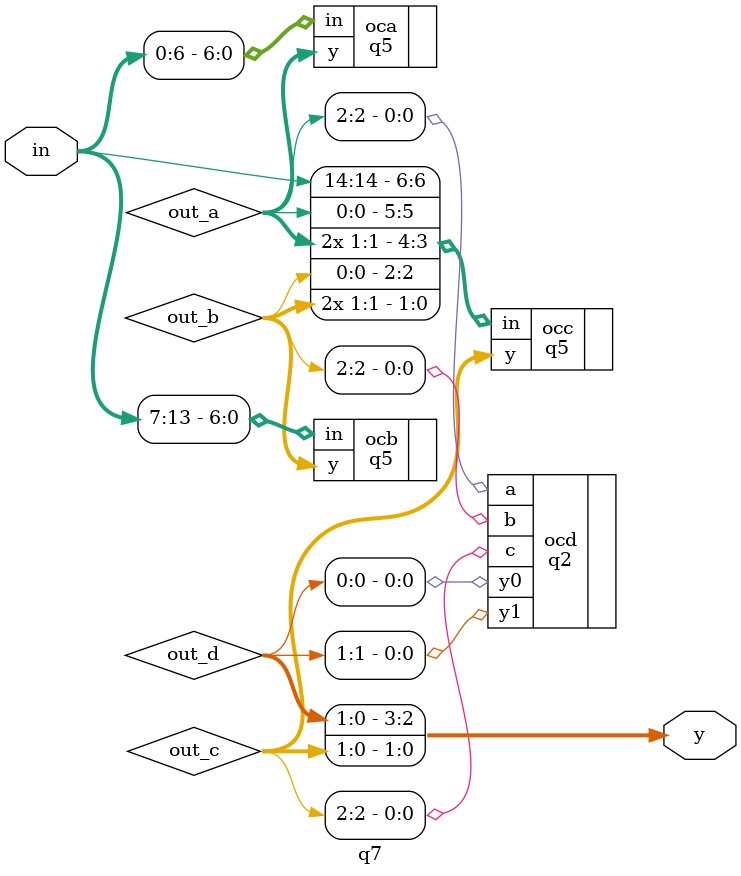
<source format=sv>
`timescale 1ns/1ns
module q7 (output [0:3] y, input [0:14] in);
    wire [2:0] out_a, out_b, out_c;
    wire [1:0] out_d;
    q5 oca (.in(in[0:6]), .y(out_a));
    q5 ocb (.in(in[7:13]), .y(out_b));
    q5 occ (.in({in[14], out_a[0], out_a[1], out_a[1], out_b[0], out_b[1], out_b[1]}), .y(out_c));
    q2 ocd (.a(out_a[2]), .b(out_b[2]), .c(out_c[2]), .y0(out_d[0]), .y1(out_d[1]));
    assign y = {out_d[1], out_d[0], out_c[1], out_c[0]};
endmodule
</source>
